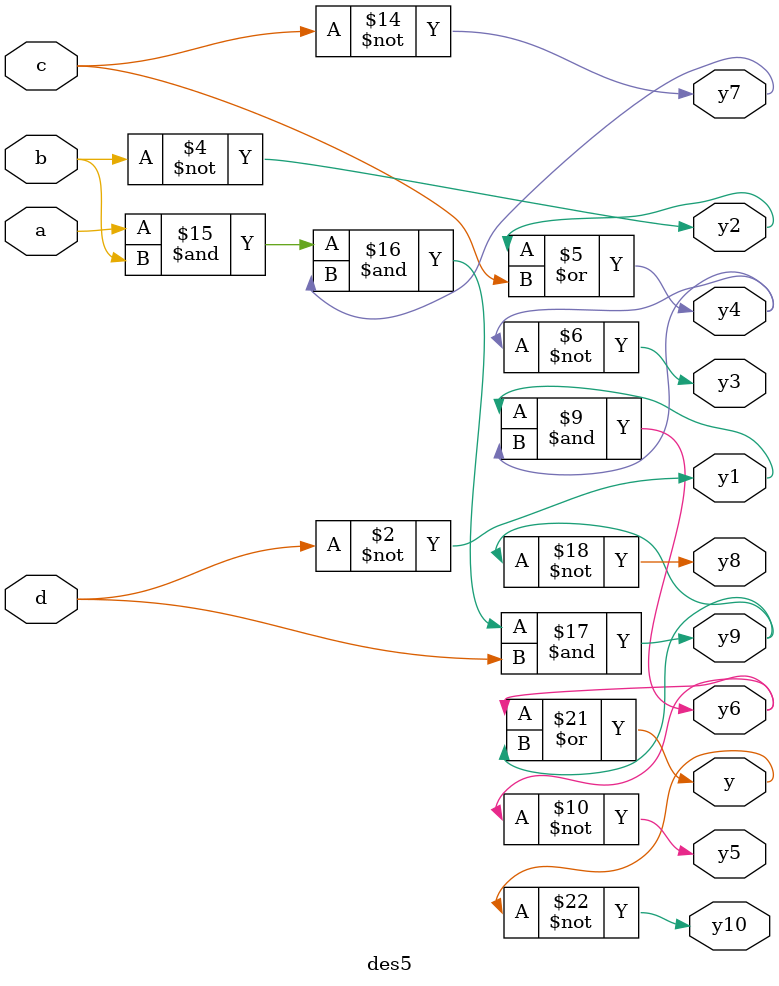
<source format=v>
module des1(a, b, c, d, y, y1, y2, y3, y4, y5);

    input a, b, c, d;
    output y, y1, y2, y3, y4, y5;

    //ab
    nand A1(y1, a, b);
    nand A3(y3, y1, y1);

    //cd
    nand A2(y2, c, d);
    nand A4(y4, y2, y2);

    //ab+cd
    nor A5(y5, y3, y4);
    nor A6(y, y5, y5);

endmodule


// y = (abc+de)f
// implementation using universal gates (nand, nor)
module des2(a, b, c, d, e, f, y, y1, y2, y3, y4, y5, y6, y7);

    input a, b, c, d, e, f;
    output y, y1, y2, y3, y4, y5, y6, y7;

    //abc
    nand A1(y1, a, b, c);
    nand A2(y2, y1, y1);

    //de
    nand A3(y3, d, e);
    nand A4(y4, y3, y3);

    //abc+de
    nor A5(y5, y2, y4);
    nor A6(y6, y5, y5);

    //(abc+de)f
    nand A7(y7, y6, f);
    nand A8(y, y7, y7);

endmodule

//y = ((a+b')(cd+e))'
module des3(a, b, c, d, e, y, y1, y2, y3, y4, y5, y6);

    input a,b,c,d,e;
    output y,y1,y2,y3,y4,y5,y6;

    // (a+b')'
    nor A1(y1, b, b);
    nor A2(y2, y1, a);

    //(cd+e)'
    nand A3(y3, c, d);
    nand A4(y4, y3, y3);
    nor A5(y5, y4, e);

    //(a+b')'+(cd+e)'
    nor A6(y6, y2, y5);
    nor A7(y, y6, y6);

endmodule

// F(A,B,C,D) = Π(1,3,5,7,13,15) = B' + CD'
// implementation using universal gates (nand, nor)
module des4(a, b, c, d, y, y1, y2, y3, y4, y5);

    input a, b, c, d;
    output y, y1, y2, y3, y4, y5;

    //b'
    nor A1(y1, b, b);

    //cd'
    nor A2(y2, d, d);
    nand A3(y3, y2, c);
    nand A4(y4, y3, y3);

    //b' + cd'
    nor A5(y5, y1, y4);
    nor A6(y, y5, y5);

endmodule

// F(A,B,C,D) = Σ(0,6,8,13,14), d(A,B,C,D) = Σ(2,4,10) = D'(B' + C) + ABC'D
// implementation using universal gates (nand, nor)
module des5(a, b, c, d, y, y1, y2, y3, y4, y5, y6, y7, y8, y9, y10);

    input a, b, c, d;
    output y, y1, y2, y3, y4, y5, y6, y7, y8, y9, y10;

    //d'
    nor A1(y1, d, d);

    //b'+c
    nor A2(y2, b, b);
    nor A3(y3, y2, c);
    nor A4(y4, y3, y3);

    //d'(b'+c)
    nand A5(y5, y1, y4);
    nand A6(y6, y5, y5);

    //abc'd
    nor A7(y7, c, c);
    nand A8(y8, a, b, y7, d);
    nand A9(y9, y8, y8);

    //d'(b'+c) + abc'd
    nor A10(y10, y6, y9);
    nor A11(y, y10, y10);

endmodule
</source>
